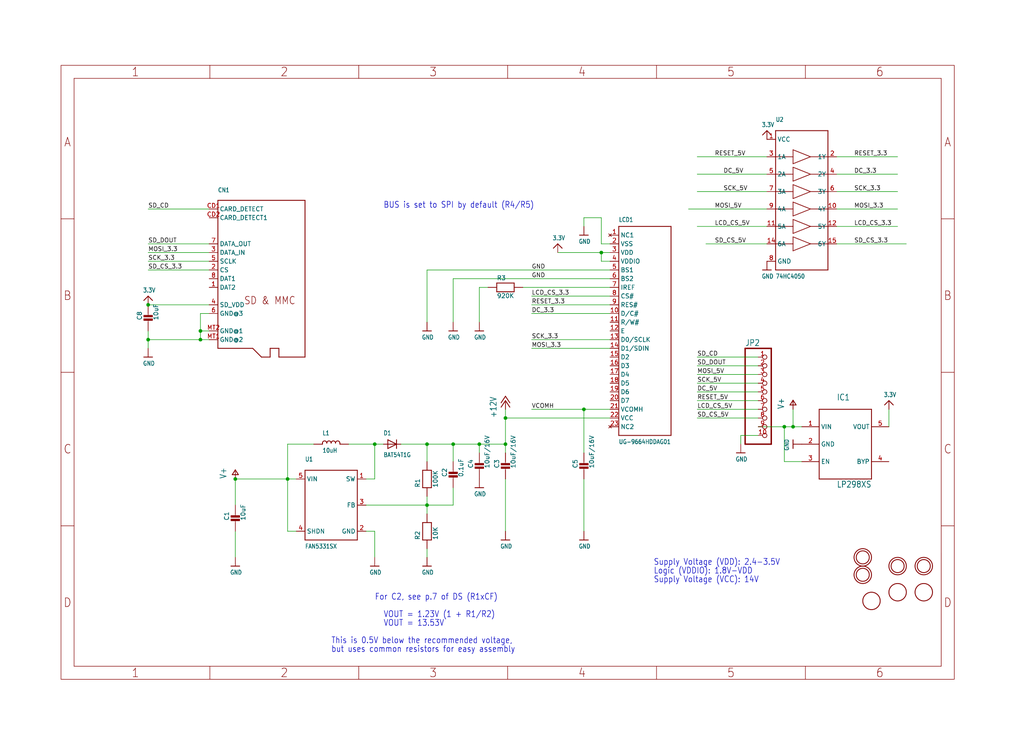
<source format=kicad_sch>
(kicad_sch (version 20230121) (generator eeschema)
  (paper "User" 298.45 217.322)
  (lib_symbols
    (symbol "working-eagle-import:+12V" (power)
      (property "Value" "+12V" (at -2.54 -5.08 90))
      (symbol "+12V_1_0"
        (polyline (pts (xy 0 0) (xy -1.27 -1.905)) (stroke (width 0.254)))
        (polyline (pts (xy 0 1.27) (xy -1.27 -0.635)) (stroke (width 0.254)))
        (polyline (pts (xy 1.27 -1.905) (xy 0 0)) (stroke (width 0.254)))
        (polyline (pts (xy 1.27 -0.635) (xy 0 1.27)) (stroke (width 0.254)))
        (pin power_in line (at 0 -2.54 90) (length 2.54) (name "+12V") (number "1"))
      )
    )
    (symbol "working-eagle-import:3.3V" (power)
      (property "Value" "3.3V" (at -1.524 1.016 0))
      (symbol "3.3V_1_0"
        (polyline (pts (xy -1.27 -1.27) (xy 0 0)) (stroke (width 0.254)))
        (polyline (pts (xy 0 0) (xy 1.27 -1.27)) (stroke (width 0.254)))
        (pin power_in line (at 0 -2.54 90) (length 2.54) (name "3.3V") (number "1"))
      )
    )
    (symbol "working-eagle-import:74HC4050D"
      (property "Reference" "U" (at -7.62 22.86 0))
      (symbol "74HC4050D_1_0"
        (polyline (pts (xy -7.62 -20.32) (xy -7.62 20.32)) (stroke (width 0.254)))
        (polyline (pts (xy -7.62 -12.7) (xy -2.54 -12.7)) (stroke (width 0.2032)))
        (polyline (pts (xy -7.62 -7.62) (xy -2.54 -7.62)) (stroke (width 0.2032)))
        (polyline (pts (xy -7.62 -2.54) (xy -2.54 -2.54)) (stroke (width 0.2032)))
        (polyline (pts (xy -7.62 2.54) (xy -2.54 2.54)) (stroke (width 0.2032)))
        (polyline (pts (xy -7.62 7.62) (xy -2.54 7.62)) (stroke (width 0.2032)))
        (polyline (pts (xy -7.62 12.7) (xy -2.54 12.7)) (stroke (width 0.2032)))
        (polyline (pts (xy -7.62 20.32) (xy 7.62 20.32)) (stroke (width 0.254)))
        (polyline (pts (xy -2.54 -14.732) (xy -2.54 -12.7)) (stroke (width 0.2032)))
        (polyline (pts (xy -2.54 -14.732) (xy 2.54 -12.7)) (stroke (width 0.2032)))
        (polyline (pts (xy -2.54 -12.7) (xy -2.54 -10.668)) (stroke (width 0.2032)))
        (polyline (pts (xy -2.54 -9.652) (xy -2.54 -7.62)) (stroke (width 0.2032)))
        (polyline (pts (xy -2.54 -9.652) (xy 2.54 -7.62)) (stroke (width 0.2032)))
        (polyline (pts (xy -2.54 -7.62) (xy -2.54 -5.588)) (stroke (width 0.2032)))
        (polyline (pts (xy -2.54 -4.572) (xy -2.54 -2.54)) (stroke (width 0.2032)))
        (polyline (pts (xy -2.54 -4.572) (xy 2.54 -2.54)) (stroke (width 0.2032)))
        (polyline (pts (xy -2.54 -2.54) (xy -2.54 -0.508)) (stroke (width 0.2032)))
        (polyline (pts (xy -2.54 0.508) (xy -2.54 2.54)) (stroke (width 0.2032)))
        (polyline (pts (xy -2.54 0.508) (xy 2.54 2.54)) (stroke (width 0.2032)))
        (polyline (pts (xy -2.54 2.54) (xy -2.54 4.572)) (stroke (width 0.2032)))
        (polyline (pts (xy -2.54 5.588) (xy -2.54 7.62)) (stroke (width 0.2032)))
        (polyline (pts (xy -2.54 5.588) (xy 2.54 7.62)) (stroke (width 0.2032)))
        (polyline (pts (xy -2.54 7.62) (xy -2.54 9.652)) (stroke (width 0.2032)))
        (polyline (pts (xy -2.54 10.668) (xy -2.54 12.7)) (stroke (width 0.2032)))
        (polyline (pts (xy -2.54 10.668) (xy 2.54 12.7)) (stroke (width 0.2032)))
        (polyline (pts (xy -2.54 12.7) (xy -2.54 14.732)) (stroke (width 0.2032)))
        (polyline (pts (xy 2.54 -12.7) (xy -2.54 -10.668)) (stroke (width 0.2032)))
        (polyline (pts (xy 2.54 -12.7) (xy 7.62 -12.7)) (stroke (width 0.2032)))
        (polyline (pts (xy 2.54 -7.62) (xy -2.54 -5.588)) (stroke (width 0.2032)))
        (polyline (pts (xy 2.54 -7.62) (xy 7.62 -7.62)) (stroke (width 0.2032)))
        (polyline (pts (xy 2.54 -2.54) (xy -2.54 -0.508)) (stroke (width 0.2032)))
        (polyline (pts (xy 2.54 -2.54) (xy 7.62 -2.54)) (stroke (width 0.2032)))
        (polyline (pts (xy 2.54 2.54) (xy -2.54 4.572)) (stroke (width 0.2032)))
        (polyline (pts (xy 2.54 2.54) (xy 7.62 2.54)) (stroke (width 0.2032)))
        (polyline (pts (xy 2.54 7.62) (xy -2.54 9.652)) (stroke (width 0.2032)))
        (polyline (pts (xy 2.54 7.62) (xy 7.62 7.62)) (stroke (width 0.2032)))
        (polyline (pts (xy 2.54 12.7) (xy -2.54 14.732)) (stroke (width 0.2032)))
        (polyline (pts (xy 2.54 12.7) (xy 7.62 12.7)) (stroke (width 0.2032)))
        (polyline (pts (xy 7.62 -20.32) (xy -7.62 -20.32)) (stroke (width 0.254)))
        (polyline (pts (xy 7.62 12.7) (xy 7.62 -20.32)) (stroke (width 0.254)))
        (polyline (pts (xy 7.62 20.32) (xy 7.62 12.7)) (stroke (width 0.254)))
        (pin bidirectional line (at -10.16 17.78 0) (length 2.54) (name "VCC") (number "1"))
        (pin bidirectional line (at 10.16 -2.54 180) (length 2.54) (name "4Y") (number "10"))
        (pin bidirectional line (at -10.16 -7.62 0) (length 2.54) (name "5A") (number "11"))
        (pin bidirectional line (at 10.16 -7.62 180) (length 2.54) (name "5Y") (number "12"))
        (pin bidirectional line (at -10.16 -12.7 0) (length 2.54) (name "6A") (number "14"))
        (pin bidirectional line (at 10.16 -12.7 180) (length 2.54) (name "6Y") (number "15"))
        (pin bidirectional line (at 10.16 12.7 180) (length 2.54) (name "1Y") (number "2"))
        (pin bidirectional line (at -10.16 12.7 0) (length 2.54) (name "1A") (number "3"))
        (pin bidirectional line (at 10.16 7.62 180) (length 2.54) (name "2Y") (number "4"))
        (pin bidirectional line (at -10.16 7.62 0) (length 2.54) (name "2A") (number "5"))
        (pin bidirectional line (at 10.16 2.54 180) (length 2.54) (name "3Y") (number "6"))
        (pin bidirectional line (at -10.16 2.54 0) (length 2.54) (name "3A") (number "7"))
        (pin bidirectional line (at -10.16 -17.78 0) (length 2.54) (name "GND") (number "8"))
        (pin bidirectional line (at -10.16 -2.54 0) (length 2.54) (name "4A") (number "9"))
      )
    )
    (symbol "working-eagle-import:CAP_CERAMIC0805"
      (property "Reference" "C" (at -1.79 0.54 90))
      (symbol "CAP_CERAMIC0805_1_0"
        (rectangle (start -1.27 0.508) (end 1.27 1.016) (fill (type outline)))
        (rectangle (start -1.27 1.524) (end 1.27 2.032) (fill (type outline)))
        (polyline (pts (xy 0 0.762) (xy 0 0)) (stroke (width 0.1524)))
        (polyline (pts (xy 0 2.54) (xy 0 1.778)) (stroke (width 0.1524)))
        (pin passive line (at 0 5.08 270) (length 2.54) (name "P$1") (number "1"))
        (pin passive line (at 0 -2.54 90) (length 2.54) (name "P$2") (number "2"))
      )
    )
    (symbol "working-eagle-import:DIODESOD-123"
      (property "Reference" "D" (at -2.54 2.54 0))
      (symbol "DIODESOD-123_1_0"
        (polyline (pts (xy -1.27 -1.27) (xy 1.27 0)) (stroke (width 0.254)))
        (polyline (pts (xy -1.27 1.27) (xy -1.27 -1.27)) (stroke (width 0.254)))
        (polyline (pts (xy 1.27 0) (xy -1.27 1.27)) (stroke (width 0.254)))
        (polyline (pts (xy 1.27 0) (xy 1.27 -1.27)) (stroke (width 0.254)))
        (polyline (pts (xy 1.27 1.27) (xy 1.27 0)) (stroke (width 0.254)))
        (pin passive line (at -2.54 0 0) (length 2.54) (name "A") (number "A"))
        (pin passive line (at 2.54 0 180) (length 2.54) (name "C") (number "C"))
      )
    )
    (symbol "working-eagle-import:DISP_OLED_UG-9664HDDAG01WRAPAROUND"
      (property "Reference" "LCD" (at -7.62 31.75 0))
      (symbol "DISP_OLED_UG-9664HDDAG01WRAPAROUND_1_0"
        (polyline (pts (xy -7.62 -30.48) (xy -7.62 30.48)) (stroke (width 0.254)))
        (polyline (pts (xy -7.62 30.48) (xy 7.62 30.48)) (stroke (width 0.254)))
        (polyline (pts (xy 7.62 -30.48) (xy -7.62 -30.48)) (stroke (width 0.254)))
        (polyline (pts (xy 7.62 30.48) (xy 7.62 -30.48)) (stroke (width 0.254)))
        (pin no_connect line (at -10.16 27.94 0) (length 2.54) (name "NC1") (number "1"))
        (pin bidirectional line (at -10.16 5.08 0) (length 2.54) (name "D/C#") (number "10"))
        (pin bidirectional line (at -10.16 2.54 0) (length 2.54) (name "R/W#") (number "11"))
        (pin bidirectional line (at -10.16 0 0) (length 2.54) (name "E") (number "12"))
        (pin bidirectional line (at -10.16 -2.54 0) (length 2.54) (name "D0/SCLK") (number "13"))
        (pin bidirectional line (at -10.16 -5.08 0) (length 2.54) (name "D1/SDIN") (number "14"))
        (pin bidirectional line (at -10.16 -7.62 0) (length 2.54) (name "D2") (number "15"))
        (pin bidirectional line (at -10.16 -10.16 0) (length 2.54) (name "D3") (number "16"))
        (pin bidirectional line (at -10.16 -12.7 0) (length 2.54) (name "D4") (number "17"))
        (pin bidirectional line (at -10.16 -15.24 0) (length 2.54) (name "D5") (number "18"))
        (pin bidirectional line (at -10.16 -17.78 0) (length 2.54) (name "D6") (number "19"))
        (pin bidirectional line (at -10.16 25.4 0) (length 2.54) (name "VSS") (number "2"))
        (pin bidirectional line (at -10.16 -20.32 0) (length 2.54) (name "D7") (number "20"))
        (pin bidirectional line (at -10.16 -22.86 0) (length 2.54) (name "VCOMH") (number "21"))
        (pin bidirectional line (at -10.16 -25.4 0) (length 2.54) (name "VCC") (number "22"))
        (pin no_connect line (at -10.16 -27.94 0) (length 2.54) (name "NC2") (number "23"))
        (pin bidirectional line (at -10.16 22.86 0) (length 2.54) (name "VDD") (number "3"))
        (pin bidirectional line (at -10.16 20.32 0) (length 2.54) (name "VDDIO") (number "4"))
        (pin bidirectional line (at -10.16 17.78 0) (length 2.54) (name "BS1") (number "5"))
        (pin bidirectional line (at -10.16 15.24 0) (length 2.54) (name "BS2") (number "6"))
        (pin bidirectional line (at -10.16 12.7 0) (length 2.54) (name "IREF") (number "7"))
        (pin bidirectional line (at -10.16 10.16 0) (length 2.54) (name "CS#") (number "8"))
        (pin bidirectional line (at -10.16 7.62 0) (length 2.54) (name "RES#") (number "9"))
      )
    )
    (symbol "working-eagle-import:FAN5331"
      (property "Reference" "U" (at -7.62 12.7 0))
      (symbol "FAN5331_1_0"
        (polyline (pts (xy -7.62 -10.16) (xy -7.62 10.16)) (stroke (width 0.254)))
        (polyline (pts (xy -7.62 10.16) (xy 7.62 10.16)) (stroke (width 0.254)))
        (polyline (pts (xy 7.62 -10.16) (xy -7.62 -10.16)) (stroke (width 0.254)))
        (polyline (pts (xy 7.62 10.16) (xy 7.62 -10.16)) (stroke (width 0.254)))
        (pin bidirectional line (at 10.16 7.62 180) (length 2.54) (name "SW") (number "1"))
        (pin bidirectional line (at 10.16 -7.62 180) (length 2.54) (name "GND") (number "2"))
        (pin bidirectional line (at 10.16 0 180) (length 2.54) (name "FB") (number "3"))
        (pin bidirectional line (at -10.16 -7.62 0) (length 2.54) (name "SHDN") (number "4"))
        (pin bidirectional line (at -10.16 7.62 0) (length 2.54) (name "VIN") (number "5"))
      )
    )
    (symbol "working-eagle-import:FIDUCIAL"
      (symbol "FIDUCIAL_1_0"
        (circle (center 0 0) (radius 2.54) (stroke (width 0.254)))
      )
    )
    (symbol "working-eagle-import:FRAME_A4"
      (symbol "FRAME_A4_1_0"
        (polyline (pts (xy 0 44.7675) (xy 3.81 44.7675)))
        (polyline (pts (xy 0 89.535) (xy 3.81 89.535)))
        (polyline (pts (xy 0 134.3025) (xy 3.81 134.3025)))
        (polyline (pts (xy 3.81 3.81) (xy 3.81 175.26)))
        (polyline (pts (xy 43.3917 0) (xy 43.3917 3.81)))
        (polyline (pts (xy 43.3917 175.26) (xy 43.3917 179.07)))
        (polyline (pts (xy 86.7833 0) (xy 86.7833 3.81)))
        (polyline (pts (xy 86.7833 175.26) (xy 86.7833 179.07)))
        (polyline (pts (xy 130.175 0) (xy 130.175 3.81)))
        (polyline (pts (xy 130.175 175.26) (xy 130.175 179.07)))
        (polyline (pts (xy 173.5667 0) (xy 173.5667 3.81)))
        (polyline (pts (xy 173.5667 175.26) (xy 173.5667 179.07)))
        (polyline (pts (xy 216.9583 0) (xy 216.9583 3.81)))
        (polyline (pts (xy 216.9583 175.26) (xy 216.9583 179.07)))
        (polyline (pts (xy 256.54 3.81) (xy 3.81 3.81)))
        (polyline (pts (xy 256.54 3.81) (xy 256.54 8.89)) (stroke (width 0.1016)))
        (polyline (pts (xy 256.54 3.81) (xy 256.54 175.26)))
        (polyline (pts (xy 256.54 8.89) (xy 256.54 13.97)) (stroke (width 0.1016)))
        (polyline (pts (xy 256.54 13.97) (xy 256.54 19.05)) (stroke (width 0.1016)))
        (polyline (pts (xy 256.54 19.05) (xy 256.54 36.83)) (stroke (width 0.1016)))
        (polyline (pts (xy 256.54 44.7675) (xy 260.35 44.7675)))
        (polyline (pts (xy 256.54 89.535) (xy 260.35 89.535)))
        (polyline (pts (xy 256.54 134.3025) (xy 260.35 134.3025)))
        (polyline (pts (xy 256.54 175.26) (xy 3.81 175.26)))
        (polyline (pts (xy 0 0) (xy 260.35 0) (xy 260.35 179.07) (xy 0 179.07) (xy 0 0)))
        (text "1" (at 21.6958 1.905 0) (effects (font (size 2.54 2.286))))
        (text "1" (at 21.6958 177.165 0) (effects (font (size 2.54 2.286))))
        (text "2" (at 65.0875 1.905 0) (effects (font (size 2.54 2.286))))
        (text "2" (at 65.0875 177.165 0) (effects (font (size 2.54 2.286))))
        (text "3" (at 108.4792 1.905 0) (effects (font (size 2.54 2.286))))
        (text "3" (at 108.4792 177.165 0) (effects (font (size 2.54 2.286))))
        (text "4" (at 151.8708 1.905 0) (effects (font (size 2.54 2.286))))
        (text "4" (at 151.8708 177.165 0) (effects (font (size 2.54 2.286))))
        (text "5" (at 195.2625 1.905 0) (effects (font (size 2.54 2.286))))
        (text "5" (at 195.2625 177.165 0) (effects (font (size 2.54 2.286))))
        (text "6" (at 238.6542 1.905 0) (effects (font (size 2.54 2.286))))
        (text "6" (at 238.6542 177.165 0) (effects (font (size 2.54 2.286))))
        (text "A" (at 1.905 156.6863 0) (effects (font (size 2.54 2.286))))
        (text "A" (at 258.445 156.6863 0) (effects (font (size 2.54 2.286))))
        (text "B" (at 1.905 111.9188 0) (effects (font (size 2.54 2.286))))
        (text "B" (at 258.445 111.9188 0) (effects (font (size 2.54 2.286))))
        (text "C" (at 1.905 67.1513 0) (effects (font (size 2.54 2.286))))
        (text "C" (at 258.445 67.1513 0) (effects (font (size 2.54 2.286))))
        (text "D" (at 1.905 22.3838 0) (effects (font (size 2.54 2.286))))
        (text "D" (at 258.445 22.3838 0) (effects (font (size 2.54 2.286))))
      )
      (symbol "FRAME_A4_2_0"
        (polyline (pts (xy 1.27 -6.35) (xy 1.27 0)) (stroke (width 0.1016)))
        (polyline (pts (xy 1.27 0) (xy 82.55 0)) (stroke (width 0.1016)))
        (polyline (pts (xy 82.55 -6.35) (xy 1.27 -6.35)) (stroke (width 0.1016)))
        (polyline (pts (xy 82.55 0) (xy 82.55 -6.35)) (stroke (width 0.1016)))
        (text "PART OR WHOLE IS STRICTLY PROHIBITED WITHOUT WRITTEN PERMISSION!" (at 3.81 -5.08 0) (effects (font (size 1.27 1.0795)) (justify left bottom)))
        (text "PROPRIETARY" (at 3.81 -10.16 0) (effects (font (size 2.54 2.159) (thickness 0.4318) bold) (justify left bottom)))
        (text "THIS DRAWING CONTAINS CONFIDENTIAL INFORMATION. ANY REPRODUCTION IN" (at 3.81 -2.794 0) (effects (font (size 1.27 1.0795)) (justify left bottom)))
      )
      (symbol "FRAME_A4_3_0"
        (polyline (pts (xy 0 1.27) (xy 20.32 1.27)) (stroke (width 0.6096)))
        (polyline (pts (xy 0 10.16) (xy 0 1.27)) (stroke (width 0.6096)))
        (polyline (pts (xy 0 10.16) (xy 20.32 10.16)) (stroke (width 0.3048)))
        (polyline (pts (xy 0 19.05) (xy 0 10.16)) (stroke (width 0.6096)))
        (polyline (pts (xy 0 19.05) (xy 20.32 19.05)) (stroke (width 0.3048)))
        (polyline (pts (xy 0 27.94) (xy 0 19.05)) (stroke (width 0.6096)))
        (polyline (pts (xy 0 27.94) (xy 20.32 27.94)) (stroke (width 0.3048)))
        (polyline (pts (xy 0 34.29) (xy 0 27.94)) (stroke (width 0.6096)))
        (polyline (pts (xy 20.32 1.27) (xy 20.32 6.35)) (stroke (width 0.3048)))
        (polyline (pts (xy 20.32 1.27) (xy 95.885 1.27)) (stroke (width 0.6096)))
        (polyline (pts (xy 20.32 6.35) (xy 20.32 10.16)) (stroke (width 0.3048)))
        (polyline (pts (xy 20.32 6.35) (xy 88.9 6.35)) (stroke (width 0.3048)))
        (polyline (pts (xy 20.32 10.16) (xy 20.32 19.05)) (stroke (width 0.3048)))
        (polyline (pts (xy 20.32 16.51) (xy 20.32 19.05)) (stroke (width 0.3048)))
        (polyline (pts (xy 20.32 19.05) (xy 20.32 27.94)) (stroke (width 0.3048)))
        (polyline (pts (xy 20.32 27.94) (xy 20.32 34.29)) (stroke (width 0.3048)))
        (polyline (pts (xy 20.32 27.94) (xy 65.0875 27.94)) (stroke (width 0.3048)))
        (polyline (pts (xy 20.32 34.29) (xy 0 34.29)) (stroke (width 0.6096)))
        (polyline (pts (xy 65.0875 27.94) (xy 106.045 27.94)) (stroke (width 0.3048)))
        (polyline (pts (xy 65.0875 34.29) (xy 20.32 34.29)) (stroke (width 0.6096)))
        (polyline (pts (xy 88.9 6.35) (xy 95.885 6.35)) (stroke (width 0.3048)))
        (polyline (pts (xy 88.9 16.51) (xy 20.32 16.51)) (stroke (width 0.3048)))
        (polyline (pts (xy 88.9 16.51) (xy 88.9 6.35)) (stroke (width 0.3048)))
        (polyline (pts (xy 95.885 1.27) (xy 121.92 1.27)) (stroke (width 0.6096)))
        (polyline (pts (xy 95.885 6.35) (xy 95.885 1.27)) (stroke (width 0.3048)))
        (polyline (pts (xy 95.885 6.35) (xy 121.92 6.35)) (stroke (width 0.3048)))
        (polyline (pts (xy 101.6 13.0175) (xy 102.5525 13.0175)) (stroke (width 0.254)))
        (polyline (pts (xy 106.045 27.94) (xy 106.045 34.29)) (stroke (width 0.3048)))
        (polyline (pts (xy 106.045 27.94) (xy 110.49 27.94)) (stroke (width 0.3048)))
        (polyline (pts (xy 106.045 34.29) (xy 65.0875 34.29)) (stroke (width 0.6096)))
        (polyline (pts (xy 110.49 16.51) (xy 88.9 16.51)) (stroke (width 0.3048)))
        (polyline (pts (xy 110.49 27.94) (xy 110.49 16.51)) (stroke (width 0.3048)))
        (polyline (pts (xy 110.49 27.94) (xy 113.03 27.94)) (stroke (width 0.3048)))
        (polyline (pts (xy 113.03 27.94) (xy 121.92 27.94)) (stroke (width 0.3048)))
        (polyline (pts (xy 113.03 34.29) (xy 106.045 34.29)) (stroke (width 0.6096)))
        (polyline (pts (xy 121.92 6.35) (xy 121.92 1.27)) (stroke (width 0.6096)))
        (polyline (pts (xy 121.92 16.51) (xy 110.49 16.51)) (stroke (width 0.3048)))
        (polyline (pts (xy 121.92 16.51) (xy 121.92 6.35)) (stroke (width 0.6096)))
        (polyline (pts (xy 121.92 27.94) (xy 121.92 16.51)) (stroke (width 0.6096)))
        (polyline (pts (xy 121.92 34.29) (xy 113.03 34.29)) (stroke (width 0.6096)))
        (polyline (pts (xy 121.92 34.29) (xy 121.92 27.94)) (stroke (width 0.6096)))
        (circle (center 109.5375 31.115) (radius 1.4199) (stroke (width 0.254)))
        (text "${#}/${##}" (at 109.22 2.54 0) (effects (font (size 2.54 2.54)) (justify left bottom)))
        (text "${CHECKED}" (at 2.54 11.43 0) (effects (font (size 1.778 1.5113)) (justify left bottom)))
        (text "${COMPANY}" (at 23.6538 29.3687 0) (effects (font (size 3.175 2.6987) (thickness 0.5397) bold) (justify left bottom)))
        (text "${CURRENT_DATE}" (at 33.02 8.89 0) (effects (font (size 2.54 2.159)) (justify left bottom)))
        (text "${DATE}" (at 2.54 2.54 0) (effects (font (size 1.778 1.5113)) (justify left bottom)))
        (text "${DRAWN}" (at 2.54 20.32 0) (effects (font (size 1.778 1.5113)) (justify left bottom)))
        (text "${DRGNO}" (at 91.44 8.89 0) (effects (font (size 2.1844 1.8567)) (justify left bottom)))
        (text "${PROJECTNAME}" (at 33.3375 2.54 0) (effects (font (size 2.54 2.159)) (justify left bottom)))
        (text "${REV}" (at 114.3 18.415 0) (effects (font (size 3.81 3.2385)) (justify left bottom)))
        (text "2013" (at 112.7125 30.1625 0) (effects (font (size 1.778 1.5113)) (justify left bottom)))
        (text "C" (at 109.0612 30.48 0) (effects (font (size 1.27 1.0795)) (justify left bottom)))
        (text "CHECKED" (at 1.27 15.875 0) (effects (font (size 1.778 1.5113)) (justify left bottom)))
        (text "DATE" (at 1.27 6.985 0) (effects (font (size 1.778 1.5113)) (justify left bottom)))
        (text "DATE" (at 21.59 12.7 0) (effects (font (size 2.54 2.54)) (justify left bottom)))
        (text "DRAWN" (at 1.27 24.765 0) (effects (font (size 1.778 1.5113)) (justify left bottom)))
        (text "DRG" (at 90.17 12.7 0) (effects (font (size 2.54 2.54)) (justify left bottom)))
        (text "FILE:" (at 21.59 2.54 0) (effects (font (size 2.54 2.54)) (justify left bottom)))
        (text "ISSUE" (at 5.3975 30.1625 0) (effects (font (size 1.9304 1.6408)) (justify left bottom)))
        (text "N" (at 98.7425 12.7 0) (effects (font (size 2.54 2.54)) (justify left bottom)))
        (text "o" (at 101.2825 13.6525 0) (effects (font (size 2.1844 1.8567)) (justify left bottom)))
        (text "PAGE:" (at 97.155 2.54 0) (effects (font (size 2.54 2.54)) (justify left bottom)))
        (text "REV" (at 112.7125 24.13 0) (effects (font (size 2.54 2.54)) (justify left bottom)))
        (text "TITLE" (at 21.59 24.13 0) (effects (font (size 2.54 2.54)) (justify left bottom)))
      )
    )
    (symbol "working-eagle-import:GND" (power)
      (property "Value" "GND" (at -1.524 -2.54 0))
      (symbol "GND_1_0"
        (polyline (pts (xy -1.27 0) (xy 1.27 0)) (stroke (width 0.254)))
        (pin power_in line (at 0 2.54 270) (length 2.54) (name "GND") (number "1"))
      )
    )
    (symbol "working-eagle-import:HEADER-1X10THICKER"
      (property "Reference" "JP" (at -6.35 13.335 0))
      (symbol "HEADER-1X10THICKER_1_0"
        (polyline (pts (xy -6.35 -15.24) (xy 1.27 -15.24)) (stroke (width 0.4064)))
        (polyline (pts (xy -6.35 12.7) (xy -6.35 -15.24)) (stroke (width 0.4064)))
        (polyline (pts (xy 1.27 -15.24) (xy 1.27 12.7)) (stroke (width 0.4064)))
        (polyline (pts (xy 1.27 12.7) (xy -6.35 12.7)) (stroke (width 0.4064)))
        (pin passive inverted (at -2.54 10.16 0) (length 2.54) (name "1") (number "1"))
        (pin passive inverted (at -2.54 -12.7 0) (length 2.54) (name "10") (number "10"))
        (pin passive inverted (at -2.54 7.62 0) (length 2.54) (name "2") (number "2"))
        (pin passive inverted (at -2.54 5.08 0) (length 2.54) (name "3") (number "3"))
        (pin passive inverted (at -2.54 2.54 0) (length 2.54) (name "4") (number "4"))
        (pin passive inverted (at -2.54 0 0) (length 2.54) (name "5") (number "5"))
        (pin passive inverted (at -2.54 -2.54 0) (length 2.54) (name "6") (number "6"))
        (pin passive inverted (at -2.54 -5.08 0) (length 2.54) (name "7") (number "7"))
        (pin passive inverted (at -2.54 -7.62 0) (length 2.54) (name "8") (number "8"))
        (pin passive inverted (at -2.54 -10.16 0) (length 2.54) (name "9") (number "9"))
      )
    )
    (symbol "working-eagle-import:INDUCTOR"
      (property "Reference" "L" (at -2.54 2.54 0))
      (symbol "INDUCTOR_1_0"
        (arc (start -1.27 0.3173) (mid -1.9049 0.9497) (end -2.54 0.3175) (stroke (width 0.254)))
        (polyline (pts (xy -2.54 0.3175) (xy -2.54 0)) (stroke (width 0.254)))
        (polyline (pts (xy 2.54 0.3175) (xy 2.54 0)) (stroke (width 0.254)))
        (arc (start 0 0.3173) (mid -0.6349 0.9497) (end -1.27 0.3175) (stroke (width 0.254)))
        (arc (start 1.27 0.3173) (mid 0.6351 0.9497) (end 0 0.3175) (stroke (width 0.254)))
        (arc (start 2.54 0.3173) (mid 1.9051 0.9497) (end 1.27 0.3175) (stroke (width 0.254)))
        (pin passive line (at -5.08 0 0) (length 2.54) (name "1") (number "P$1"))
        (pin passive line (at 5.08 0 180) (length 2.54) (name "2") (number "P$2"))
      )
    )
    (symbol "working-eagle-import:LP298XS"
      (property "Reference" "IC" (at -12.7 -5.08 90))
      (symbol "LP298XS_1_0"
        (polyline (pts (xy -10.16 -10.16) (xy 10.16 -10.16)) (stroke (width 0.254)))
        (polyline (pts (xy -10.16 5.08) (xy -10.16 -10.16)) (stroke (width 0.254)))
        (polyline (pts (xy 10.16 -10.16) (xy 10.16 5.08)) (stroke (width 0.254)))
        (polyline (pts (xy 10.16 5.08) (xy -10.16 5.08)) (stroke (width 0.254)))
        (pin bidirectional line (at -5.08 -15.24 90) (length 5.08) (name "VIN") (number "1"))
        (pin bidirectional line (at 0 -15.24 90) (length 5.08) (name "GND") (number "2"))
        (pin bidirectional line (at 5.08 -15.24 90) (length 5.08) (name "EN") (number "3"))
        (pin bidirectional line (at 5.08 10.16 270) (length 5.08) (name "BYP") (number "4"))
        (pin bidirectional line (at -5.08 10.16 270) (length 5.08) (name "VOUT") (number "5"))
      )
    )
    (symbol "working-eagle-import:MICROSD"
      (property "Reference" "X" (at -12.7 22.606 0))
      (symbol "MICROSD_1_0"
        (polyline (pts (xy -12.7 -22.86) (xy -2.54 -22.86)) (stroke (width 0.254)))
        (polyline (pts (xy -12.7 20.32) (xy -12.7 -22.86)) (stroke (width 0.254)))
        (polyline (pts (xy -2.54 -22.86) (xy 0 -25.4)) (stroke (width 0.254)))
        (polyline (pts (xy 0 -25.4) (xy 2.54 -25.4)) (stroke (width 0.254)))
        (polyline (pts (xy 2.54 -25.4) (xy 2.54 -22.86)) (stroke (width 0.254)))
        (polyline (pts (xy 2.54 -22.86) (xy 5.08 -22.86)) (stroke (width 0.254)))
        (polyline (pts (xy 5.08 -25.4) (xy 12.7 -25.4)) (stroke (width 0.254)))
        (polyline (pts (xy 5.08 -22.86) (xy 5.08 -25.4)) (stroke (width 0.254)))
        (polyline (pts (xy 12.7 -25.4) (xy 12.7 20.32)) (stroke (width 0.254)))
        (polyline (pts (xy 12.7 20.32) (xy -12.7 20.32)) (stroke (width 0.254)))
        (text "SD & MMC" (at -5.08 -10.16 0) (effects (font (size 2.1844 1.8567)) (justify left bottom)))
        (pin bidirectional line (at -15.24 -5.08 0) (length 2.54) (name "DAT2") (number "1"))
        (pin input line (at -15.24 0 0) (length 2.54) (name "CS") (number "2"))
        (pin input line (at -15.24 5.08 0) (length 2.54) (name "DATA_IN") (number "3"))
        (pin power_in line (at -15.24 -10.16 0) (length 2.54) (name "SD_VDD") (number "4"))
        (pin input line (at -15.24 2.54 0) (length 2.54) (name "SCLK") (number "5"))
        (pin power_in line (at -15.24 -12.7 0) (length 2.54) (name "GND@3") (number "6"))
        (pin output line (at -15.24 7.62 0) (length 2.54) (name "DATA_OUT") (number "7"))
        (pin bidirectional line (at -15.24 -2.54 0) (length 2.54) (name "DAT1") (number "8"))
        (pin passive line (at -15.24 17.78 0) (length 2.54) (name "CARD_DETECT") (number "CD1"))
        (pin passive line (at -15.24 15.24 0) (length 2.54) (name "CARD_DETECT1") (number "CD2"))
        (pin power_in line (at -15.24 -20.32 0) (length 2.54) (name "GND@2") (number "MT1"))
        (pin power_in line (at -15.24 -17.78 0) (length 2.54) (name "GND@1") (number "MT2"))
      )
    )
    (symbol "working-eagle-import:MOUNTINGHOLE2.5"
      (symbol "MOUNTINGHOLE2.5_1_0"
        (circle (center 0 0) (radius 1.905) (stroke (width 0.254)))
        (circle (center 0 0) (radius 2.54) (stroke (width 0.254)))
      )
    )
    (symbol "working-eagle-import:RESISTOR0805"
      (property "Reference" "R" (at -2.54 2.032 0))
      (symbol "RESISTOR0805_1_0"
        (polyline (pts (xy -2.54 -1.27) (xy -2.54 1.27)) (stroke (width 0.254)))
        (polyline (pts (xy -2.54 1.27) (xy 2.54 1.27)) (stroke (width 0.254)))
        (polyline (pts (xy 2.54 -1.27) (xy -2.54 -1.27)) (stroke (width 0.254)))
        (polyline (pts (xy 2.54 1.27) (xy 2.54 -1.27)) (stroke (width 0.254)))
        (pin passive line (at -5.08 0 0) (length 2.54) (name "1") (number "1"))
        (pin passive line (at 5.08 0 180) (length 2.54) (name "2") (number "2"))
      )
    )
    (symbol "working-eagle-import:V+" (power)
      (property "Value" "V+" (at -2.54 -2.54 90))
      (symbol "V+_1_0"
        (polyline (pts (xy -0.889 -1.27) (xy 0.889 -1.27)) (stroke (width 0.254)))
        (polyline (pts (xy 0 0.127) (xy -0.889 -1.27)) (stroke (width 0.254)))
        (polyline (pts (xy 0.889 -1.27) (xy 0 0.127)) (stroke (width 0.254)))
        (pin power_in line (at 0 -2.54 90) (length 2.54) (name "V+") (number "1"))
      )
    )
  )
  (junction (at 83.82 139.7))
  (junction (at 139.7 129.54))
  (junction (at 147.32 129.54))
  (junction (at 58.42 99.06))
  (junction (at 109.22 129.54))
  (junction (at 124.46 129.54))
  (junction (at 170.18 119.38))
  (junction (at 43.18 99.06))
  (junction (at 132.08 129.54))
  (junction (at 228.6 124.46))
  (junction (at 43.18 88.9))
  (junction (at 68.58 139.7))
  (junction (at 175.26 73.66))
  (junction (at 231.14 124.46))
  (junction (at 58.42 96.52))
  (junction (at 147.32 121.92))
  (junction (at 124.46 147.32))
  (wire (pts (xy 228.6 124.46) (xy 231.14 124.46)) (stroke (width 0.1524)))
  (wire (pts (xy 124.46 129.54) (xy 124.46 134.62)) (stroke (width 0.1524)))
  (wire (pts (xy 243.84 50.8) (xy 261.62 50.8)) (stroke (width 0.1524)))
  (wire (pts (xy 223.52 55.88) (xy 203.2 55.88)) (stroke (width 0.1524)))
  (wire (pts (xy 220.98 104.14) (xy 203.2 104.14)) (stroke (width 0.1524)))
  (wire (pts (xy 147.32 129.54) (xy 147.32 121.92)) (stroke (width 0.1524)))
  (wire (pts (xy 147.32 139.7) (xy 147.32 154.94)) (stroke (width 0.1524)))
  (wire (pts (xy 228.6 134.62) (xy 228.6 124.46)) (stroke (width 0.1524)))
  (wire (pts (xy 58.42 99.06) (xy 43.18 99.06)) (stroke (width 0.1524)))
  (wire (pts (xy 109.22 129.54) (xy 109.22 139.7)) (stroke (width 0.1524)))
  (wire (pts (xy 175.26 73.66) (xy 162.56 73.66)) (stroke (width 0.1524)))
  (wire (pts (xy 132.08 129.54) (xy 139.7 129.54)) (stroke (width 0.1524)))
  (wire (pts (xy 58.42 96.52) (xy 58.42 99.06)) (stroke (width 0.1524)))
  (wire (pts (xy 132.08 81.28) (xy 132.08 93.98)) (stroke (width 0.1524)))
  (wire (pts (xy 60.96 96.52) (xy 58.42 96.52)) (stroke (width 0.1524)))
  (wire (pts (xy 170.18 63.5) (xy 170.18 66.04)) (stroke (width 0.1524)))
  (wire (pts (xy 177.8 83.82) (xy 152.4 83.82)) (stroke (width 0.1524)))
  (wire (pts (xy 83.82 154.94) (xy 83.82 139.7)) (stroke (width 0.1524)))
  (wire (pts (xy 106.68 147.32) (xy 124.46 147.32)) (stroke (width 0.1524)))
  (wire (pts (xy 109.22 129.54) (xy 111.76 129.54)) (stroke (width 0.1524)))
  (wire (pts (xy 223.52 71.12) (xy 205.74 71.12)) (stroke (width 0.1524)))
  (wire (pts (xy 243.84 45.72) (xy 261.62 45.72)) (stroke (width 0.1524)))
  (wire (pts (xy 177.8 71.12) (xy 175.26 71.12)) (stroke (width 0.1524)))
  (wire (pts (xy 243.84 60.96) (xy 261.62 60.96)) (stroke (width 0.1524)))
  (wire (pts (xy 220.98 124.46) (xy 228.6 124.46)) (stroke (width 0.1524)))
  (wire (pts (xy 223.52 45.72) (xy 203.2 45.72)) (stroke (width 0.1524)))
  (wire (pts (xy 177.8 86.36) (xy 154.94 86.36)) (stroke (width 0.1524)))
  (wire (pts (xy 220.98 114.3) (xy 203.2 114.3)) (stroke (width 0.1524)))
  (wire (pts (xy 175.26 76.2) (xy 175.26 73.66)) (stroke (width 0.1524)))
  (wire (pts (xy 58.42 91.44) (xy 58.42 96.52)) (stroke (width 0.1524)))
  (wire (pts (xy 243.84 55.88) (xy 261.62 55.88)) (stroke (width 0.1524)))
  (wire (pts (xy 220.98 106.68) (xy 203.2 106.68)) (stroke (width 0.1524)))
  (wire (pts (xy 243.84 71.12) (xy 264.16 71.12)) (stroke (width 0.1524)))
  (wire (pts (xy 177.8 88.9) (xy 154.94 88.9)) (stroke (width 0.1524)))
  (wire (pts (xy 177.8 91.44) (xy 154.94 91.44)) (stroke (width 0.1524)))
  (wire (pts (xy 170.18 119.38) (xy 154.94 119.38)) (stroke (width 0.1524)))
  (wire (pts (xy 124.46 147.32) (xy 124.46 144.78)) (stroke (width 0.1524)))
  (wire (pts (xy 177.8 81.28) (xy 132.08 81.28)) (stroke (width 0.1524)))
  (wire (pts (xy 139.7 129.54) (xy 147.32 129.54)) (stroke (width 0.1524)))
  (wire (pts (xy 43.18 96.52) (xy 43.18 99.06)) (stroke (width 0.1524)))
  (wire (pts (xy 233.68 134.62) (xy 228.6 134.62)) (stroke (width 0.1524)))
  (wire (pts (xy 124.46 149.86) (xy 124.46 147.32)) (stroke (width 0.1524)))
  (wire (pts (xy 60.96 73.66) (xy 43.18 73.66)) (stroke (width 0.1524)))
  (wire (pts (xy 220.98 111.76) (xy 203.2 111.76)) (stroke (width 0.1524)))
  (wire (pts (xy 86.36 154.94) (xy 83.82 154.94)) (stroke (width 0.1524)))
  (wire (pts (xy 68.58 139.7) (xy 68.58 147.32)) (stroke (width 0.1524)))
  (wire (pts (xy 220.98 121.92) (xy 203.2 121.92)) (stroke (width 0.1524)))
  (wire (pts (xy 220.98 127) (xy 215.9 127)) (stroke (width 0.1524)))
  (wire (pts (xy 139.7 83.82) (xy 139.7 93.98)) (stroke (width 0.1524)))
  (wire (pts (xy 243.84 66.04) (xy 261.62 66.04)) (stroke (width 0.1524)))
  (wire (pts (xy 177.8 73.66) (xy 175.26 73.66)) (stroke (width 0.1524)))
  (wire (pts (xy 106.68 154.94) (xy 109.22 154.94)) (stroke (width 0.1524)))
  (wire (pts (xy 220.98 116.84) (xy 203.2 116.84)) (stroke (width 0.1524)))
  (wire (pts (xy 124.46 129.54) (xy 132.08 129.54)) (stroke (width 0.1524)))
  (wire (pts (xy 83.82 139.7) (xy 68.58 139.7)) (stroke (width 0.1524)))
  (wire (pts (xy 175.26 63.5) (xy 170.18 63.5)) (stroke (width 0.1524)))
  (wire (pts (xy 170.18 119.38) (xy 170.18 132.08)) (stroke (width 0.1524)))
  (wire (pts (xy 83.82 139.7) (xy 83.82 129.54)) (stroke (width 0.1524)))
  (wire (pts (xy 177.8 99.06) (xy 154.94 99.06)) (stroke (width 0.1524)))
  (wire (pts (xy 259.08 119.38) (xy 259.08 124.46)) (stroke (width 0.1524)))
  (wire (pts (xy 220.98 109.22) (xy 203.2 109.22)) (stroke (width 0.1524)))
  (wire (pts (xy 147.32 121.92) (xy 147.32 119.38)) (stroke (width 0.1524)))
  (wire (pts (xy 116.84 129.54) (xy 124.46 129.54)) (stroke (width 0.1524)))
  (wire (pts (xy 177.8 101.6) (xy 154.94 101.6)) (stroke (width 0.1524)))
  (wire (pts (xy 101.6 129.54) (xy 109.22 129.54)) (stroke (width 0.1524)))
  (wire (pts (xy 147.32 129.54) (xy 147.32 132.08)) (stroke (width 0.1524)))
  (wire (pts (xy 68.58 154.94) (xy 68.58 162.56)) (stroke (width 0.1524)))
  (wire (pts (xy 124.46 147.32) (xy 132.08 147.32)) (stroke (width 0.1524)))
  (wire (pts (xy 43.18 99.06) (xy 43.18 101.6)) (stroke (width 0.1524)))
  (wire (pts (xy 60.96 91.44) (xy 58.42 91.44)) (stroke (width 0.1524)))
  (wire (pts (xy 200.66 60.96) (xy 223.52 60.96)) (stroke (width 0.1524)))
  (wire (pts (xy 170.18 139.7) (xy 170.18 154.94)) (stroke (width 0.1524)))
  (wire (pts (xy 215.9 127) (xy 215.9 129.54)) (stroke (width 0.1524)))
  (wire (pts (xy 109.22 154.94) (xy 109.22 162.56)) (stroke (width 0.1524)))
  (wire (pts (xy 60.96 88.9) (xy 43.18 88.9)) (stroke (width 0.1524)))
  (wire (pts (xy 203.2 50.8) (xy 223.52 50.8)) (stroke (width 0.1524)))
  (wire (pts (xy 60.96 76.2) (xy 43.18 76.2)) (stroke (width 0.1524)))
  (wire (pts (xy 139.7 129.54) (xy 139.7 132.08)) (stroke (width 0.1524)))
  (wire (pts (xy 142.24 83.82) (xy 139.7 83.82)) (stroke (width 0.1524)))
  (wire (pts (xy 223.52 66.04) (xy 203.2 66.04)) (stroke (width 0.1524)))
  (wire (pts (xy 60.96 99.06) (xy 58.42 99.06)) (stroke (width 0.1524)))
  (wire (pts (xy 177.8 78.74) (xy 124.46 78.74)) (stroke (width 0.1524)))
  (wire (pts (xy 177.8 76.2) (xy 175.26 76.2)) (stroke (width 0.1524)))
  (wire (pts (xy 86.36 139.7) (xy 83.82 139.7)) (stroke (width 0.1524)))
  (wire (pts (xy 124.46 78.74) (xy 124.46 93.98)) (stroke (width 0.1524)))
  (wire (pts (xy 60.96 71.12) (xy 43.18 71.12)) (stroke (width 0.1524)))
  (wire (pts (xy 132.08 134.62) (xy 132.08 129.54)) (stroke (width 0.1524)))
  (wire (pts (xy 132.08 147.32) (xy 132.08 142.24)) (stroke (width 0.1524)))
  (wire (pts (xy 109.22 139.7) (xy 106.68 139.7)) (stroke (width 0.1524)))
  (wire (pts (xy 177.8 119.38) (xy 170.18 119.38)) (stroke (width 0.1524)))
  (wire (pts (xy 231.14 124.46) (xy 233.68 124.46)) (stroke (width 0.1524)))
  (wire (pts (xy 231.14 119.38) (xy 231.14 124.46)) (stroke (width 0.1524)))
  (wire (pts (xy 124.46 160.02) (xy 124.46 162.56)) (stroke (width 0.1524)))
  (wire (pts (xy 60.96 78.74) (xy 43.18 78.74)) (stroke (width 0.1524)))
  (wire (pts (xy 147.32 121.92) (xy 177.8 121.92)) (stroke (width 0.1524)))
  (wire (pts (xy 175.26 71.12) (xy 175.26 63.5)) (stroke (width 0.1524)))
  (wire (pts (xy 220.98 119.38) (xy 203.2 119.38)) (stroke (width 0.1524)))
  (wire (pts (xy 60.96 60.96) (xy 43.18 60.96)) (stroke (width 0.1524)))
  (wire (pts (xy 83.82 129.54) (xy 91.44 129.54)) (stroke (width 0.1524)))
  (text "Supply Voltage (VCC): 14V" (at 190.5 170.18 0) (effects (font (size 1.778 1.5113)) (justify left bottom)))
  (text "but uses common resistors for easy assembly" (at 96.52 190.5 0) (effects (font (size 1.778 1.5113)) (justify left bottom)))
  (text "Logic (VDDIO): 1.8V-VDD" (at 190.5 167.64 0) (effects (font (size 1.778 1.5113)) (justify left bottom)))
  (text "BUS is set to SPI by default (R4/R5)" (at 111.76 60.96 0) (effects (font (size 1.778 1.5113)) (justify left bottom)))
  (text "Supply Voltage (VDD): 2.4-3.5V" (at 190.5 165.1 0) (effects (font (size 1.778 1.5113)) (justify left bottom)))
  (text "For C2, see p.7 of DS (R1xCF)" (at 109.22 175.26 0) (effects (font (size 1.778 1.5113)) (justify left bottom)))
  (text "This is 0.5V below the recommended voltage," (at 96.52 187.96 0) (effects (font (size 1.778 1.5113)) (justify left bottom)))
  (text "VOUT = 13.53V" (at 111.76 182.88 0) (effects (font (size 1.778 1.5113)) (justify left bottom)))
  (text "VOUT = 1.23V (1 + R1/R2)" (at 111.76 180.34 0) (effects (font (size 1.778 1.5113)) (justify left bottom)))
  (label "MOSI_5V" (at 208.28 60.96 0) (effects (font (size 1.2446 1.2446))))
  (label "RESET_3.3" (at 248.92 45.72 0) (effects (font (size 1.2446 1.2446))))
  (label "SD_CD" (at 203.2 104.14 0) (effects (font (size 1.2446 1.2446))))
  (label "SD_DOUT" (at 203.2 106.68 0) (effects (font (size 1.2446 1.2446))))
  (label "SCK_3.3" (at 248.92 55.88 0) (effects (font (size 1.2446 1.2446))))
  (label "GND" (at 154.94 78.74 0) (effects (font (size 1.2446 1.2446))))
  (label "GND" (at 154.94 81.28 0) (effects (font (size 1.2446 1.2446))))
  (label "RESET_3.3" (at 154.94 88.9 0) (effects (font (size 1.2446 1.2446))))
  (label "DC_3.3" (at 154.94 91.44 0) (effects (font (size 1.2446 1.2446))))
  (label "MOSI_5V" (at 203.2 109.22 0) (effects (font (size 1.2446 1.2446))))
  (label "SCK_3.3" (at 43.18 76.2 0) (effects (font (size 1.2446 1.2446))))
  (label "VCOMH" (at 154.94 119.38 0) (effects (font (size 1.2446 1.2446))))
  (label "LCD_CS_5V" (at 203.2 119.38 0) (effects (font (size 1.2446 1.2446))))
  (label "SCK_5V" (at 210.82 55.88 0) (effects (font (size 1.2446 1.2446))))
  (label "DC_5V" (at 203.2 114.3 0) (effects (font (size 1.2446 1.2446))))
  (label "RESET_5V" (at 203.2 116.84 0) (effects (font (size 1.2446 1.2446))))
  (label "DC_3.3" (at 248.92 50.8 0) (effects (font (size 1.2446 1.2446))))
  (label "SD_CS_3.3" (at 248.92 71.12 0) (effects (font (size 1.2446 1.2446))))
  (label "LCD_CS_3.3" (at 154.94 86.36 0) (effects (font (size 1.2446 1.2446))))
  (label "MOSI_3.3" (at 154.94 101.6 0) (effects (font (size 1.2446 1.2446))))
  (label "MOSI_3.3" (at 248.92 60.96 0) (effects (font (size 1.2446 1.2446))))
  (label "SD_CS_5V" (at 203.2 121.92 0) (effects (font (size 1.2446 1.2446))))
  (label "LCD_CS_5V" (at 208.28 66.04 0) (effects (font (size 1.2446 1.2446))))
  (label "SCK_3.3" (at 154.94 99.06 0) (effects (font (size 1.2446 1.2446))))
  (label "RESET_5V" (at 208.28 45.72 0) (effects (font (size 1.2446 1.2446))))
  (label "SD_DOUT" (at 43.18 71.12 0) (effects (font (size 1.2446 1.2446))))
  (label "SD_CS_3.3" (at 43.18 78.74 0) (effects (font (size 1.2446 1.2446))))
  (label "MOSI_3.3" (at 43.18 73.66 0) (effects (font (size 1.2446 1.2446))))
  (label "SD_CS_5V" (at 208.28 71.12 0) (effects (font (size 1.2446 1.2446))))
  (label "SD_CD" (at 43.18 60.96 0) (effects (font (size 1.2446 1.2446))))
  (label "SCK_5V" (at 203.2 111.76 0) (effects (font (size 1.2446 1.2446))))
  (label "LCD_CS_3.3" (at 248.92 66.04 0) (effects (font (size 1.2446 1.2446))))
  (label "DC_5V" (at 210.82 50.8 0) (effects (font (size 1.2446 1.2446))))
  (symbol (lib_id "working-eagle-import:3.3V") (at 43.18 86.36 0) (unit 1)
    (property "Reference" "#U$20" (effects hide))
    (property "Value" "3.3V" (at 41.656 85.344 0) (effects (font (size 1.27 1.0795)) (justify left bottom)))
  )
  (symbol (lib_id "working-eagle-import:MOUNTINGHOLE2.5") (at 269.24 165.1 0) (unit 1)
    (property "Reference" "U$9" (effects hide))
    (property "Value" "MOUNTINGHOLE2.5" (effects hide))
    (property "Footprint" "working:MOUNTINGHOLE_2.5_PLATED" (effects hide))
  )
  (symbol (lib_id "working-eagle-import:3.3V") (at 223.52 38.1 0) (unit 1)
    (property "Reference" "#U$7" (effects hide))
    (property "Value" "3.3V" (at 221.996 37.084 0) (effects (font (size 1.27 1.0795)) (justify left bottom)))
  )
  (symbol (lib_id "working-eagle-import:GND") (at 68.58 165.1 0) (unit 1)
    (property "Reference" "#U$3" (effects hide))
    (property "Value" "GND" (at 67.056 167.64 0) (effects (font (size 1.27 1.0795)) (justify left bottom)))
  )
  (symbol (lib_id "working-eagle-import:MOUNTINGHOLE2.5") (at 251.46 162.56 0) (unit 1)
    (property "Reference" "U$10" (effects hide))
    (property "Value" "MOUNTINGHOLE2.5" (effects hide))
    (property "Footprint" "working:MOUNTINGHOLE_2.5_PLATED" (effects hide))
  )
  (symbol (lib_id "working-eagle-import:GND") (at 215.9 132.08 0) (unit 1)
    (property "Reference" "#U$25" (effects hide))
    (property "Value" "GND" (at 214.376 134.62 0) (effects (font (size 1.27 1.0795)) (justify left bottom)))
  )
  (symbol (lib_id "working-eagle-import:MOUNTINGHOLE2.5") (at 261.62 165.1 0) (unit 1)
    (property "Reference" "U$11" (effects hide))
    (property "Value" "MOUNTINGHOLE2.5" (effects hide))
    (property "Footprint" "working:MOUNTINGHOLE_2.5_PLATED" (effects hide))
  )
  (symbol (lib_id "working-eagle-import:CAP_CERAMIC0805") (at 68.58 152.4 0) (unit 1)
    (property "Reference" "C1" (at 66.79 151.86 90) (effects (justify left bottom)))
    (property "Value" "10uF" (at 71.58 151.86 90) (effects (justify left bottom)))
    (property "Footprint" "working:0805" (effects hide))
  )
  (symbol (lib_id "working-eagle-import:DISP_OLED_UG-9664HDDAG01WRAPAROUND") (at 187.96 96.52 0) (unit 1)
    (property "Reference" "LCD1" (at 180.34 64.77 0) (effects (font (size 1.27 1.0795)) (justify left bottom)))
    (property "Value" "UG-9664HDDAG01" (at 180.34 129.54 0) (effects (font (size 1.27 1.0795)) (justify left bottom)))
    (property "Footprint" "working:UG-9664HDDAG01_WRAPAROUND" (effects hide))
  )
  (symbol (lib_id "working-eagle-import:GND") (at 223.52 78.74 0) (unit 1)
    (property "Reference" "#U$8" (effects hide))
    (property "Value" "GND" (at 221.996 81.28 0) (effects (font (size 1.27 1.0795)) (justify left bottom)))
  )
  (symbol (lib_id "working-eagle-import:RESISTOR0805") (at 124.46 154.94 90) (unit 1)
    (property "Reference" "R2" (at 122.428 157.48 0) (effects (justify left bottom)))
    (property "Value" "10K" (at 127.635 157.48 0) (effects (justify left bottom)))
    (property "Footprint" "working:0805" (effects hide))
  )
  (symbol (lib_id "working-eagle-import:CAP_CERAMIC0805") (at 139.7 137.16 0) (unit 1)
    (property "Reference" "C4" (at 137.91 136.62 90) (effects (justify left bottom)))
    (property "Value" "10uF/16V" (at 142.7 136.62 90) (effects (justify left bottom)))
    (property "Footprint" "working:0805" (effects hide))
  )
  (symbol (lib_id "working-eagle-import:74HC4050D") (at 233.68 58.42 0) (unit 1)
    (property "Reference" "U2" (at 226.06 35.56 0) (effects (font (size 1.27 1.0795)) (justify left bottom)))
    (property "Value" "74HC4050" (at 226.06 81.28 0) (effects (font (size 1.27 1.0795)) (justify left bottom)))
    (property "Footprint" "working:SOIC16" (effects hide))
  )
  (symbol (lib_id "working-eagle-import:CAP_CERAMIC0805") (at 132.08 139.7 0) (unit 1)
    (property "Reference" "C2" (at 130.29 139.16 90) (effects (justify left bottom)))
    (property "Value" "0.1uF" (at 135.08 139.16 90) (effects (justify left bottom)))
    (property "Footprint" "working:0805" (effects hide))
  )
  (symbol (lib_id "working-eagle-import:MICROSD") (at 76.2 78.74 0) (unit 1)
    (property "Reference" "CN1" (at 63.5 56.134 0) (effects (font (size 1.27 1.0795)) (justify left bottom)))
    (property "Value" "MICROSD" (effects hide))
    (property "Footprint" "working:MICROSD" (effects hide))
  )
  (symbol (lib_id "working-eagle-import:CAP_CERAMIC0805") (at 170.18 137.16 0) (unit 1)
    (property "Reference" "C5" (at 168.39 136.62 90) (effects (justify left bottom)))
    (property "Value" "10uF/16V" (at 173.18 136.62 90) (effects (justify left bottom)))
    (property "Footprint" "working:0805" (effects hide))
  )
  (symbol (lib_id "working-eagle-import:GND") (at 147.32 157.48 0) (unit 1)
    (property "Reference" "#U$5" (effects hide))
    (property "Value" "GND" (at 145.796 160.02 0) (effects (font (size 1.27 1.0795)) (justify left bottom)))
  )
  (symbol (lib_id "working-eagle-import:DIODESOD-123") (at 114.3 129.54 0) (unit 1)
    (property "Reference" "D1" (at 111.76 127 0) (effects (font (size 1.27 1.0795)) (justify left bottom)))
    (property "Value" "BAT54T1G" (at 111.76 133.35 0) (effects (font (size 1.27 1.0795)) (justify left bottom)))
    (property "Footprint" "working:SOD-123" (effects hide))
  )
  (symbol (lib_id "working-eagle-import:GND") (at 139.7 96.52 0) (unit 1)
    (property "Reference" "#U$14" (effects hide))
    (property "Value" "GND" (at 138.176 99.06 0) (effects (font (size 1.27 1.0795)) (justify left bottom)))
  )
  (symbol (lib_id "working-eagle-import:+12V") (at 147.32 116.84 0) (unit 1)
    (property "Reference" "#P+4" (effects hide))
    (property "Value" "+12V" (at 144.78 121.92 90) (effects (font (size 1.778 1.5113)) (justify left bottom)))
  )
  (symbol (lib_id "working-eagle-import:GND") (at 109.22 165.1 0) (unit 1)
    (property "Reference" "#U$4" (effects hide))
    (property "Value" "GND" (at 107.696 167.64 0) (effects (font (size 1.27 1.0795)) (justify left bottom)))
  )
  (symbol (lib_id "working-eagle-import:GND") (at 170.18 157.48 0) (unit 1)
    (property "Reference" "#U$6" (effects hide))
    (property "Value" "GND" (at 168.656 160.02 0) (effects (font (size 1.27 1.0795)) (justify left bottom)))
  )
  (symbol (lib_id "working-eagle-import:GND") (at 170.18 68.58 0) (unit 1)
    (property "Reference" "#U$18" (effects hide))
    (property "Value" "GND" (at 168.656 71.12 0) (effects (font (size 1.27 1.0795)) (justify left bottom)))
  )
  (symbol (lib_id "working-eagle-import:GND") (at 124.46 165.1 0) (unit 1)
    (property "Reference" "#U$2" (effects hide))
    (property "Value" "GND" (at 122.936 167.64 0) (effects (font (size 1.27 1.0795)) (justify left bottom)))
  )
  (symbol (lib_id "working-eagle-import:FIDUCIAL") (at 261.62 172.72 0) (unit 1)
    (property "Reference" "U$13" (effects hide))
    (property "Value" "FIDUCIAL" (effects hide))
    (property "Footprint" "working:FIDUCIAL_1MM" (effects hide))
  )
  (symbol (lib_id "working-eagle-import:INDUCTOR") (at 96.52 129.54 0) (unit 1)
    (property "Reference" "L1" (at 93.98 127 0) (effects (font (size 1.27 1.0795)) (justify left bottom)))
    (property "Value" "10uH" (at 93.98 132.08 0) (effects (font (size 1.27 1.0795)) (justify left bottom)))
    (property "Footprint" "working:INDUCTOR_1007" (effects hide))
  )
  (symbol (lib_id "working-eagle-import:CAP_CERAMIC0805") (at 43.18 93.98 0) (unit 1)
    (property "Reference" "C8" (at 41.39 93.44 90) (effects (justify left bottom)))
    (property "Value" "10uF" (at 46.18 93.44 90) (effects (justify left bottom)))
    (property "Footprint" "working:0805" (effects hide))
  )
  (symbol (lib_id "working-eagle-import:RESISTOR0805") (at 124.46 139.7 90) (unit 1)
    (property "Reference" "R1" (at 122.428 142.24 0) (effects (justify left bottom)))
    (property "Value" "100K" (at 127.635 142.24 0) (effects (justify left bottom)))
    (property "Footprint" "working:0805" (effects hide))
  )
  (symbol (lib_id "working-eagle-import:GND") (at 124.46 96.52 0) (unit 1)
    (property "Reference" "#U$23" (effects hide))
    (property "Value" "GND" (at 122.936 99.06 0) (effects (font (size 1.27 1.0795)) (justify left bottom)))
  )
  (symbol (lib_id "working-eagle-import:HEADER-1X10THICKER") (at 223.52 114.3 0) (unit 1)
    (property "Reference" "JP2" (at 217.17 100.965 0) (effects (font (size 1.778 1.5113)) (justify left bottom)))
    (property "Value" "HEADER-1X10THICKER" (effects hide))
    (property "Footprint" "working:1X10_ROUND_76" (effects hide))
  )
  (symbol (lib_id "working-eagle-import:FRAME_A4") (at 17.78 198.12 0) (unit 1)
    (property "Reference" "#FRAME1" (effects hide))
    (property "Value" "FRAME_A4" (effects hide))
  )
  (symbol (lib_id "working-eagle-import:LP298XS") (at 248.92 129.54 270) (unit 1)
    (property "Reference" "IC1" (at 243.84 116.84 90) (effects (font (size 1.778 1.5113)) (justify left bottom)))
    (property "Value" "LP298XS" (at 243.84 142.24 90) (effects (font (size 1.778 1.5113)) (justify left bottom)))
    (property "Footprint" "working:SOT23-5L" (effects hide))
  )
  (symbol (lib_id "working-eagle-import:V+") (at 68.58 137.16 0) (unit 1)
    (property "Reference" "#P+3" (effects hide))
    (property "Value" "V+" (at 66.04 139.7 90) (effects (font (size 1.778 1.5113)) (justify left bottom)))
  )
  (symbol (lib_id "working-eagle-import:3.3V") (at 162.56 71.12 0) (unit 1)
    (property "Reference" "#U$1" (effects hide))
    (property "Value" "3.3V" (at 161.036 70.104 0) (effects (font (size 1.27 1.0795)) (justify left bottom)))
  )
  (symbol (lib_id "working-eagle-import:FIDUCIAL") (at 269.24 172.72 0) (unit 1)
    (property "Reference" "U$12" (effects hide))
    (property "Value" "FIDUCIAL" (effects hide))
    (property "Footprint" "working:FIDUCIAL_1MM" (effects hide))
  )
  (symbol (lib_id "working-eagle-import:CAP_CERAMIC0805") (at 147.32 137.16 0) (unit 1)
    (property "Reference" "C3" (at 145.53 136.62 90) (effects (justify left bottom)))
    (property "Value" "10uF/16V" (at 150.32 136.62 90) (effects (justify left bottom)))
    (property "Footprint" "working:0805" (effects hide))
  )
  (symbol (lib_id "working-eagle-import:FAN5331") (at 96.52 147.32 0) (unit 1)
    (property "Reference" "U1" (at 88.9 134.62 0) (effects (font (size 1.27 1.0795)) (justify left bottom)))
    (property "Value" "FAN5331SX" (at 88.9 160.02 0) (effects (font (size 1.27 1.0795)) (justify left bottom)))
    (property "Footprint" "working:SOT23-5" (effects hide))
  )
  (symbol (lib_id "working-eagle-import:V+") (at 231.14 116.84 0) (unit 1)
    (property "Reference" "#P+2" (effects hide))
    (property "Value" "V+" (at 228.6 119.38 90) (effects (font (size 1.778 1.5113)) (justify left bottom)))
  )
  (symbol (lib_id "working-eagle-import:MOUNTINGHOLE2.5") (at 251.46 167.64 0) (unit 1)
    (property "Reference" "U$15" (effects hide))
    (property "Value" "MOUNTINGHOLE2.5" (effects hide))
    (property "Footprint" "working:MOUNTINGHOLE_2.5_PLATED" (effects hide))
  )
  (symbol (lib_id "working-eagle-import:GND") (at 139.7 142.24 0) (unit 1)
    (property "Reference" "#U$21" (effects hide))
    (property "Value" "GND" (at 138.176 144.78 0) (effects (font (size 1.27 1.0795)) (justify left bottom)))
  )
  (symbol (lib_id "working-eagle-import:GND") (at 231.14 129.54 270) (unit 1)
    (property "Reference" "#U$27" (effects hide))
    (property "Value" "GND" (at 228.6 128.016 0) (effects (font (size 1.27 1.0795)) (justify left bottom)))
  )
  (symbol (lib_id "working-eagle-import:FIDUCIAL") (at 254 175.26 0) (unit 1)
    (property "Reference" "U$16" (effects hide))
    (property "Value" "FIDUCIAL" (effects hide))
    (property "Footprint" "working:FIDUCIAL_1MM" (effects hide))
  )
  (symbol (lib_id "working-eagle-import:GND") (at 132.08 96.52 0) (unit 1)
    (property "Reference" "#U$24" (effects hide))
    (property "Value" "GND" (at 130.556 99.06 0) (effects (font (size 1.27 1.0795)) (justify left bottom)))
  )
  (symbol (lib_id "working-eagle-import:3.3V") (at 259.08 116.84 0) (unit 1)
    (property "Reference" "#U$26" (effects hide))
    (property "Value" "3.3V" (at 257.556 115.824 0) (effects (font (size 1.27 1.0795)) (justify left bottom)))
  )
  (symbol (lib_id "working-eagle-import:RESISTOR0805") (at 147.32 83.82 0) (unit 1)
    (property "Reference" "R3" (at 144.78 81.788 0) (effects (justify left bottom)))
    (property "Value" "920K" (at 144.78 86.995 0) (effects (justify left bottom)))
    (property "Footprint" "working:0805" (effects hide))
  )
  (symbol (lib_id "working-eagle-import:GND") (at 43.18 104.14 0) (unit 1)
    (property "Reference" "#U$19" (effects hide))
    (property "Value" "GND" (at 41.656 106.68 0) (effects (font (size 1.27 1.0795)) (justify left bottom)))
  )
)
</source>
